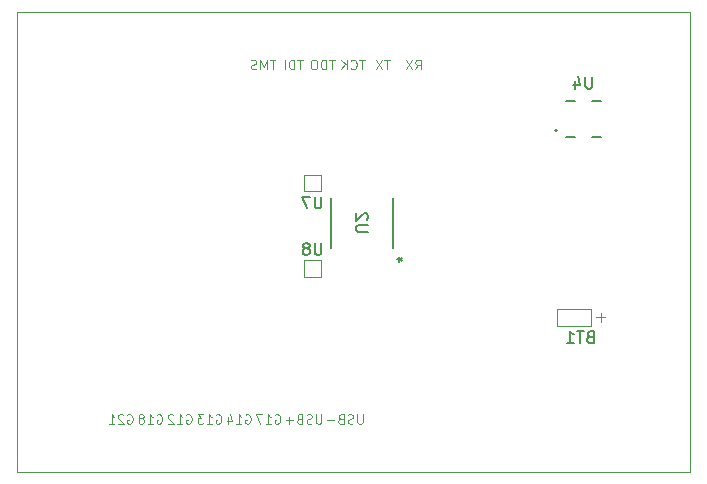
<source format=gbr>
%TF.GenerationSoftware,KiCad,Pcbnew,8.0.1*%
%TF.CreationDate,2024-04-28T17:40:03+05:30*%
%TF.ProjectId,ecg,6563672e-6b69-4636-9164-5f7063625858,rev?*%
%TF.SameCoordinates,Original*%
%TF.FileFunction,Legend,Bot*%
%TF.FilePolarity,Positive*%
%FSLAX46Y46*%
G04 Gerber Fmt 4.6, Leading zero omitted, Abs format (unit mm)*
G04 Created by KiCad (PCBNEW 8.0.1) date 2024-04-28 17:40:03*
%MOMM*%
%LPD*%
G01*
G04 APERTURE LIST*
%ADD10C,0.080000*%
%ADD11C,0.100000*%
%ADD12C,0.150000*%
%ADD13C,0.127000*%
%ADD14C,0.200000*%
%ADD15C,0.120000*%
%ADD16C,0.152400*%
%TA.AperFunction,Profile*%
%ADD17C,0.050000*%
%TD*%
G04 APERTURE END LIST*
D10*
X145837845Y-113136030D02*
X145914035Y-113097935D01*
X145914035Y-113097935D02*
X146028321Y-113097935D01*
X146028321Y-113097935D02*
X146142607Y-113136030D01*
X146142607Y-113136030D02*
X146218797Y-113212220D01*
X146218797Y-113212220D02*
X146256892Y-113288411D01*
X146256892Y-113288411D02*
X146294988Y-113440792D01*
X146294988Y-113440792D02*
X146294988Y-113555078D01*
X146294988Y-113555078D02*
X146256892Y-113707459D01*
X146256892Y-113707459D02*
X146218797Y-113783649D01*
X146218797Y-113783649D02*
X146142607Y-113859840D01*
X146142607Y-113859840D02*
X146028321Y-113897935D01*
X146028321Y-113897935D02*
X145952130Y-113897935D01*
X145952130Y-113897935D02*
X145837845Y-113859840D01*
X145837845Y-113859840D02*
X145799749Y-113821744D01*
X145799749Y-113821744D02*
X145799749Y-113555078D01*
X145799749Y-113555078D02*
X145952130Y-113555078D01*
X145037845Y-113897935D02*
X145494988Y-113897935D01*
X145266416Y-113897935D02*
X145266416Y-113097935D01*
X145266416Y-113097935D02*
X145342607Y-113212220D01*
X145342607Y-113212220D02*
X145418797Y-113288411D01*
X145418797Y-113288411D02*
X145494988Y-113326506D01*
X144580702Y-113440792D02*
X144656892Y-113402697D01*
X144656892Y-113402697D02*
X144694987Y-113364601D01*
X144694987Y-113364601D02*
X144733083Y-113288411D01*
X144733083Y-113288411D02*
X144733083Y-113250316D01*
X144733083Y-113250316D02*
X144694987Y-113174125D01*
X144694987Y-113174125D02*
X144656892Y-113136030D01*
X144656892Y-113136030D02*
X144580702Y-113097935D01*
X144580702Y-113097935D02*
X144428321Y-113097935D01*
X144428321Y-113097935D02*
X144352130Y-113136030D01*
X144352130Y-113136030D02*
X144314035Y-113174125D01*
X144314035Y-113174125D02*
X144275940Y-113250316D01*
X144275940Y-113250316D02*
X144275940Y-113288411D01*
X144275940Y-113288411D02*
X144314035Y-113364601D01*
X144314035Y-113364601D02*
X144352130Y-113402697D01*
X144352130Y-113402697D02*
X144428321Y-113440792D01*
X144428321Y-113440792D02*
X144580702Y-113440792D01*
X144580702Y-113440792D02*
X144656892Y-113478887D01*
X144656892Y-113478887D02*
X144694987Y-113516982D01*
X144694987Y-113516982D02*
X144733083Y-113593173D01*
X144733083Y-113593173D02*
X144733083Y-113745554D01*
X144733083Y-113745554D02*
X144694987Y-113821744D01*
X144694987Y-113821744D02*
X144656892Y-113859840D01*
X144656892Y-113859840D02*
X144580702Y-113897935D01*
X144580702Y-113897935D02*
X144428321Y-113897935D01*
X144428321Y-113897935D02*
X144352130Y-113859840D01*
X144352130Y-113859840D02*
X144314035Y-113821744D01*
X144314035Y-113821744D02*
X144275940Y-113745554D01*
X144275940Y-113745554D02*
X144275940Y-113593173D01*
X144275940Y-113593173D02*
X144314035Y-113516982D01*
X144314035Y-113516982D02*
X144352130Y-113478887D01*
X144352130Y-113478887D02*
X144428321Y-113440792D01*
X163256892Y-113097935D02*
X163256892Y-113745554D01*
X163256892Y-113745554D02*
X163218797Y-113821744D01*
X163218797Y-113821744D02*
X163180702Y-113859840D01*
X163180702Y-113859840D02*
X163104511Y-113897935D01*
X163104511Y-113897935D02*
X162952130Y-113897935D01*
X162952130Y-113897935D02*
X162875940Y-113859840D01*
X162875940Y-113859840D02*
X162837845Y-113821744D01*
X162837845Y-113821744D02*
X162799749Y-113745554D01*
X162799749Y-113745554D02*
X162799749Y-113097935D01*
X162456893Y-113859840D02*
X162342607Y-113897935D01*
X162342607Y-113897935D02*
X162152131Y-113897935D01*
X162152131Y-113897935D02*
X162075940Y-113859840D01*
X162075940Y-113859840D02*
X162037845Y-113821744D01*
X162037845Y-113821744D02*
X161999750Y-113745554D01*
X161999750Y-113745554D02*
X161999750Y-113669363D01*
X161999750Y-113669363D02*
X162037845Y-113593173D01*
X162037845Y-113593173D02*
X162075940Y-113555078D01*
X162075940Y-113555078D02*
X162152131Y-113516982D01*
X162152131Y-113516982D02*
X162304512Y-113478887D01*
X162304512Y-113478887D02*
X162380702Y-113440792D01*
X162380702Y-113440792D02*
X162418797Y-113402697D01*
X162418797Y-113402697D02*
X162456893Y-113326506D01*
X162456893Y-113326506D02*
X162456893Y-113250316D01*
X162456893Y-113250316D02*
X162418797Y-113174125D01*
X162418797Y-113174125D02*
X162380702Y-113136030D01*
X162380702Y-113136030D02*
X162304512Y-113097935D01*
X162304512Y-113097935D02*
X162114035Y-113097935D01*
X162114035Y-113097935D02*
X161999750Y-113136030D01*
X161390226Y-113478887D02*
X161275940Y-113516982D01*
X161275940Y-113516982D02*
X161237845Y-113555078D01*
X161237845Y-113555078D02*
X161199749Y-113631268D01*
X161199749Y-113631268D02*
X161199749Y-113745554D01*
X161199749Y-113745554D02*
X161237845Y-113821744D01*
X161237845Y-113821744D02*
X161275940Y-113859840D01*
X161275940Y-113859840D02*
X161352130Y-113897935D01*
X161352130Y-113897935D02*
X161656892Y-113897935D01*
X161656892Y-113897935D02*
X161656892Y-113097935D01*
X161656892Y-113097935D02*
X161390226Y-113097935D01*
X161390226Y-113097935D02*
X161314035Y-113136030D01*
X161314035Y-113136030D02*
X161275940Y-113174125D01*
X161275940Y-113174125D02*
X161237845Y-113250316D01*
X161237845Y-113250316D02*
X161237845Y-113326506D01*
X161237845Y-113326506D02*
X161275940Y-113402697D01*
X161275940Y-113402697D02*
X161314035Y-113440792D01*
X161314035Y-113440792D02*
X161390226Y-113478887D01*
X161390226Y-113478887D02*
X161656892Y-113478887D01*
X160856892Y-113593173D02*
X160247369Y-113593173D01*
X148337845Y-113136030D02*
X148414035Y-113097935D01*
X148414035Y-113097935D02*
X148528321Y-113097935D01*
X148528321Y-113097935D02*
X148642607Y-113136030D01*
X148642607Y-113136030D02*
X148718797Y-113212220D01*
X148718797Y-113212220D02*
X148756892Y-113288411D01*
X148756892Y-113288411D02*
X148794988Y-113440792D01*
X148794988Y-113440792D02*
X148794988Y-113555078D01*
X148794988Y-113555078D02*
X148756892Y-113707459D01*
X148756892Y-113707459D02*
X148718797Y-113783649D01*
X148718797Y-113783649D02*
X148642607Y-113859840D01*
X148642607Y-113859840D02*
X148528321Y-113897935D01*
X148528321Y-113897935D02*
X148452130Y-113897935D01*
X148452130Y-113897935D02*
X148337845Y-113859840D01*
X148337845Y-113859840D02*
X148299749Y-113821744D01*
X148299749Y-113821744D02*
X148299749Y-113555078D01*
X148299749Y-113555078D02*
X148452130Y-113555078D01*
X147537845Y-113897935D02*
X147994988Y-113897935D01*
X147766416Y-113897935D02*
X147766416Y-113097935D01*
X147766416Y-113097935D02*
X147842607Y-113212220D01*
X147842607Y-113212220D02*
X147918797Y-113288411D01*
X147918797Y-113288411D02*
X147994988Y-113326506D01*
X147233083Y-113174125D02*
X147194987Y-113136030D01*
X147194987Y-113136030D02*
X147118797Y-113097935D01*
X147118797Y-113097935D02*
X146928321Y-113097935D01*
X146928321Y-113097935D02*
X146852130Y-113136030D01*
X146852130Y-113136030D02*
X146814035Y-113174125D01*
X146814035Y-113174125D02*
X146775940Y-113250316D01*
X146775940Y-113250316D02*
X146775940Y-113326506D01*
X146775940Y-113326506D02*
X146814035Y-113440792D01*
X146814035Y-113440792D02*
X147271178Y-113897935D01*
X147271178Y-113897935D02*
X146775940Y-113897935D01*
X159756892Y-113097935D02*
X159756892Y-113745554D01*
X159756892Y-113745554D02*
X159718797Y-113821744D01*
X159718797Y-113821744D02*
X159680702Y-113859840D01*
X159680702Y-113859840D02*
X159604511Y-113897935D01*
X159604511Y-113897935D02*
X159452130Y-113897935D01*
X159452130Y-113897935D02*
X159375940Y-113859840D01*
X159375940Y-113859840D02*
X159337845Y-113821744D01*
X159337845Y-113821744D02*
X159299749Y-113745554D01*
X159299749Y-113745554D02*
X159299749Y-113097935D01*
X158956893Y-113859840D02*
X158842607Y-113897935D01*
X158842607Y-113897935D02*
X158652131Y-113897935D01*
X158652131Y-113897935D02*
X158575940Y-113859840D01*
X158575940Y-113859840D02*
X158537845Y-113821744D01*
X158537845Y-113821744D02*
X158499750Y-113745554D01*
X158499750Y-113745554D02*
X158499750Y-113669363D01*
X158499750Y-113669363D02*
X158537845Y-113593173D01*
X158537845Y-113593173D02*
X158575940Y-113555078D01*
X158575940Y-113555078D02*
X158652131Y-113516982D01*
X158652131Y-113516982D02*
X158804512Y-113478887D01*
X158804512Y-113478887D02*
X158880702Y-113440792D01*
X158880702Y-113440792D02*
X158918797Y-113402697D01*
X158918797Y-113402697D02*
X158956893Y-113326506D01*
X158956893Y-113326506D02*
X158956893Y-113250316D01*
X158956893Y-113250316D02*
X158918797Y-113174125D01*
X158918797Y-113174125D02*
X158880702Y-113136030D01*
X158880702Y-113136030D02*
X158804512Y-113097935D01*
X158804512Y-113097935D02*
X158614035Y-113097935D01*
X158614035Y-113097935D02*
X158499750Y-113136030D01*
X157890226Y-113478887D02*
X157775940Y-113516982D01*
X157775940Y-113516982D02*
X157737845Y-113555078D01*
X157737845Y-113555078D02*
X157699749Y-113631268D01*
X157699749Y-113631268D02*
X157699749Y-113745554D01*
X157699749Y-113745554D02*
X157737845Y-113821744D01*
X157737845Y-113821744D02*
X157775940Y-113859840D01*
X157775940Y-113859840D02*
X157852130Y-113897935D01*
X157852130Y-113897935D02*
X158156892Y-113897935D01*
X158156892Y-113897935D02*
X158156892Y-113097935D01*
X158156892Y-113097935D02*
X157890226Y-113097935D01*
X157890226Y-113097935D02*
X157814035Y-113136030D01*
X157814035Y-113136030D02*
X157775940Y-113174125D01*
X157775940Y-113174125D02*
X157737845Y-113250316D01*
X157737845Y-113250316D02*
X157737845Y-113326506D01*
X157737845Y-113326506D02*
X157775940Y-113402697D01*
X157775940Y-113402697D02*
X157814035Y-113440792D01*
X157814035Y-113440792D02*
X157890226Y-113478887D01*
X157890226Y-113478887D02*
X158156892Y-113478887D01*
X157356892Y-113593173D02*
X156747369Y-113593173D01*
X157052130Y-113897935D02*
X157052130Y-113288411D01*
X153337845Y-113136030D02*
X153414035Y-113097935D01*
X153414035Y-113097935D02*
X153528321Y-113097935D01*
X153528321Y-113097935D02*
X153642607Y-113136030D01*
X153642607Y-113136030D02*
X153718797Y-113212220D01*
X153718797Y-113212220D02*
X153756892Y-113288411D01*
X153756892Y-113288411D02*
X153794988Y-113440792D01*
X153794988Y-113440792D02*
X153794988Y-113555078D01*
X153794988Y-113555078D02*
X153756892Y-113707459D01*
X153756892Y-113707459D02*
X153718797Y-113783649D01*
X153718797Y-113783649D02*
X153642607Y-113859840D01*
X153642607Y-113859840D02*
X153528321Y-113897935D01*
X153528321Y-113897935D02*
X153452130Y-113897935D01*
X153452130Y-113897935D02*
X153337845Y-113859840D01*
X153337845Y-113859840D02*
X153299749Y-113821744D01*
X153299749Y-113821744D02*
X153299749Y-113555078D01*
X153299749Y-113555078D02*
X153452130Y-113555078D01*
X152537845Y-113897935D02*
X152994988Y-113897935D01*
X152766416Y-113897935D02*
X152766416Y-113097935D01*
X152766416Y-113097935D02*
X152842607Y-113212220D01*
X152842607Y-113212220D02*
X152918797Y-113288411D01*
X152918797Y-113288411D02*
X152994988Y-113326506D01*
X151852130Y-113364601D02*
X151852130Y-113897935D01*
X152042606Y-113059840D02*
X152233083Y-113631268D01*
X152233083Y-113631268D02*
X151737844Y-113631268D01*
X167699749Y-83897935D02*
X167966416Y-83516982D01*
X168156892Y-83897935D02*
X168156892Y-83097935D01*
X168156892Y-83097935D02*
X167852130Y-83097935D01*
X167852130Y-83097935D02*
X167775940Y-83136030D01*
X167775940Y-83136030D02*
X167737845Y-83174125D01*
X167737845Y-83174125D02*
X167699749Y-83250316D01*
X167699749Y-83250316D02*
X167699749Y-83364601D01*
X167699749Y-83364601D02*
X167737845Y-83440792D01*
X167737845Y-83440792D02*
X167775940Y-83478887D01*
X167775940Y-83478887D02*
X167852130Y-83516982D01*
X167852130Y-83516982D02*
X168156892Y-83516982D01*
X167433083Y-83097935D02*
X166899749Y-83897935D01*
X166899749Y-83097935D02*
X167433083Y-83897935D01*
X158191178Y-83097935D02*
X157734035Y-83097935D01*
X157962607Y-83897935D02*
X157962607Y-83097935D01*
X157467368Y-83897935D02*
X157467368Y-83097935D01*
X157467368Y-83097935D02*
X157276892Y-83097935D01*
X157276892Y-83097935D02*
X157162606Y-83136030D01*
X157162606Y-83136030D02*
X157086416Y-83212220D01*
X157086416Y-83212220D02*
X157048321Y-83288411D01*
X157048321Y-83288411D02*
X157010225Y-83440792D01*
X157010225Y-83440792D02*
X157010225Y-83555078D01*
X157010225Y-83555078D02*
X157048321Y-83707459D01*
X157048321Y-83707459D02*
X157086416Y-83783649D01*
X157086416Y-83783649D02*
X157162606Y-83859840D01*
X157162606Y-83859840D02*
X157276892Y-83897935D01*
X157276892Y-83897935D02*
X157467368Y-83897935D01*
X156667368Y-83897935D02*
X156667368Y-83097935D01*
D11*
X183796115Y-104891466D02*
X183034211Y-104891466D01*
X183415163Y-105272419D02*
X183415163Y-104510514D01*
D10*
X165551178Y-83097935D02*
X165094035Y-83097935D01*
X165322607Y-83897935D02*
X165322607Y-83097935D01*
X164903559Y-83097935D02*
X164370225Y-83897935D01*
X164370225Y-83097935D02*
X164903559Y-83897935D01*
X163421178Y-83097935D02*
X162964035Y-83097935D01*
X163192607Y-83897935D02*
X163192607Y-83097935D01*
X162240225Y-83821744D02*
X162278321Y-83859840D01*
X162278321Y-83859840D02*
X162392606Y-83897935D01*
X162392606Y-83897935D02*
X162468797Y-83897935D01*
X162468797Y-83897935D02*
X162583083Y-83859840D01*
X162583083Y-83859840D02*
X162659273Y-83783649D01*
X162659273Y-83783649D02*
X162697368Y-83707459D01*
X162697368Y-83707459D02*
X162735464Y-83555078D01*
X162735464Y-83555078D02*
X162735464Y-83440792D01*
X162735464Y-83440792D02*
X162697368Y-83288411D01*
X162697368Y-83288411D02*
X162659273Y-83212220D01*
X162659273Y-83212220D02*
X162583083Y-83136030D01*
X162583083Y-83136030D02*
X162468797Y-83097935D01*
X162468797Y-83097935D02*
X162392606Y-83097935D01*
X162392606Y-83097935D02*
X162278321Y-83136030D01*
X162278321Y-83136030D02*
X162240225Y-83174125D01*
X161897368Y-83897935D02*
X161897368Y-83097935D01*
X161440225Y-83897935D02*
X161783083Y-83440792D01*
X161440225Y-83097935D02*
X161897368Y-83555078D01*
X160881178Y-83097935D02*
X160424035Y-83097935D01*
X160652607Y-83897935D02*
X160652607Y-83097935D01*
X160157368Y-83897935D02*
X160157368Y-83097935D01*
X160157368Y-83097935D02*
X159966892Y-83097935D01*
X159966892Y-83097935D02*
X159852606Y-83136030D01*
X159852606Y-83136030D02*
X159776416Y-83212220D01*
X159776416Y-83212220D02*
X159738321Y-83288411D01*
X159738321Y-83288411D02*
X159700225Y-83440792D01*
X159700225Y-83440792D02*
X159700225Y-83555078D01*
X159700225Y-83555078D02*
X159738321Y-83707459D01*
X159738321Y-83707459D02*
X159776416Y-83783649D01*
X159776416Y-83783649D02*
X159852606Y-83859840D01*
X159852606Y-83859840D02*
X159966892Y-83897935D01*
X159966892Y-83897935D02*
X160157368Y-83897935D01*
X159204987Y-83097935D02*
X159052606Y-83097935D01*
X159052606Y-83097935D02*
X158976416Y-83136030D01*
X158976416Y-83136030D02*
X158900225Y-83212220D01*
X158900225Y-83212220D02*
X158862130Y-83364601D01*
X158862130Y-83364601D02*
X158862130Y-83631268D01*
X158862130Y-83631268D02*
X158900225Y-83783649D01*
X158900225Y-83783649D02*
X158976416Y-83859840D01*
X158976416Y-83859840D02*
X159052606Y-83897935D01*
X159052606Y-83897935D02*
X159204987Y-83897935D01*
X159204987Y-83897935D02*
X159281178Y-83859840D01*
X159281178Y-83859840D02*
X159357368Y-83783649D01*
X159357368Y-83783649D02*
X159395464Y-83631268D01*
X159395464Y-83631268D02*
X159395464Y-83364601D01*
X159395464Y-83364601D02*
X159357368Y-83212220D01*
X159357368Y-83212220D02*
X159281178Y-83136030D01*
X159281178Y-83136030D02*
X159204987Y-83097935D01*
X143337845Y-113136030D02*
X143414035Y-113097935D01*
X143414035Y-113097935D02*
X143528321Y-113097935D01*
X143528321Y-113097935D02*
X143642607Y-113136030D01*
X143642607Y-113136030D02*
X143718797Y-113212220D01*
X143718797Y-113212220D02*
X143756892Y-113288411D01*
X143756892Y-113288411D02*
X143794988Y-113440792D01*
X143794988Y-113440792D02*
X143794988Y-113555078D01*
X143794988Y-113555078D02*
X143756892Y-113707459D01*
X143756892Y-113707459D02*
X143718797Y-113783649D01*
X143718797Y-113783649D02*
X143642607Y-113859840D01*
X143642607Y-113859840D02*
X143528321Y-113897935D01*
X143528321Y-113897935D02*
X143452130Y-113897935D01*
X143452130Y-113897935D02*
X143337845Y-113859840D01*
X143337845Y-113859840D02*
X143299749Y-113821744D01*
X143299749Y-113821744D02*
X143299749Y-113555078D01*
X143299749Y-113555078D02*
X143452130Y-113555078D01*
X142994988Y-113174125D02*
X142956892Y-113136030D01*
X142956892Y-113136030D02*
X142880702Y-113097935D01*
X142880702Y-113097935D02*
X142690226Y-113097935D01*
X142690226Y-113097935D02*
X142614035Y-113136030D01*
X142614035Y-113136030D02*
X142575940Y-113174125D01*
X142575940Y-113174125D02*
X142537845Y-113250316D01*
X142537845Y-113250316D02*
X142537845Y-113326506D01*
X142537845Y-113326506D02*
X142575940Y-113440792D01*
X142575940Y-113440792D02*
X143033083Y-113897935D01*
X143033083Y-113897935D02*
X142537845Y-113897935D01*
X141775940Y-113897935D02*
X142233083Y-113897935D01*
X142004511Y-113897935D02*
X142004511Y-113097935D01*
X142004511Y-113097935D02*
X142080702Y-113212220D01*
X142080702Y-113212220D02*
X142156892Y-113288411D01*
X142156892Y-113288411D02*
X142233083Y-113326506D01*
X155837845Y-113136030D02*
X155914035Y-113097935D01*
X155914035Y-113097935D02*
X156028321Y-113097935D01*
X156028321Y-113097935D02*
X156142607Y-113136030D01*
X156142607Y-113136030D02*
X156218797Y-113212220D01*
X156218797Y-113212220D02*
X156256892Y-113288411D01*
X156256892Y-113288411D02*
X156294988Y-113440792D01*
X156294988Y-113440792D02*
X156294988Y-113555078D01*
X156294988Y-113555078D02*
X156256892Y-113707459D01*
X156256892Y-113707459D02*
X156218797Y-113783649D01*
X156218797Y-113783649D02*
X156142607Y-113859840D01*
X156142607Y-113859840D02*
X156028321Y-113897935D01*
X156028321Y-113897935D02*
X155952130Y-113897935D01*
X155952130Y-113897935D02*
X155837845Y-113859840D01*
X155837845Y-113859840D02*
X155799749Y-113821744D01*
X155799749Y-113821744D02*
X155799749Y-113555078D01*
X155799749Y-113555078D02*
X155952130Y-113555078D01*
X155037845Y-113897935D02*
X155494988Y-113897935D01*
X155266416Y-113897935D02*
X155266416Y-113097935D01*
X155266416Y-113097935D02*
X155342607Y-113212220D01*
X155342607Y-113212220D02*
X155418797Y-113288411D01*
X155418797Y-113288411D02*
X155494988Y-113326506D01*
X154771178Y-113097935D02*
X154237844Y-113097935D01*
X154237844Y-113097935D02*
X154580702Y-113897935D01*
X155851178Y-83097935D02*
X155394035Y-83097935D01*
X155622607Y-83897935D02*
X155622607Y-83097935D01*
X155127368Y-83897935D02*
X155127368Y-83097935D01*
X155127368Y-83097935D02*
X154860702Y-83669363D01*
X154860702Y-83669363D02*
X154594035Y-83097935D01*
X154594035Y-83097935D02*
X154594035Y-83897935D01*
X154251178Y-83859840D02*
X154136892Y-83897935D01*
X154136892Y-83897935D02*
X153946416Y-83897935D01*
X153946416Y-83897935D02*
X153870225Y-83859840D01*
X153870225Y-83859840D02*
X153832130Y-83821744D01*
X153832130Y-83821744D02*
X153794035Y-83745554D01*
X153794035Y-83745554D02*
X153794035Y-83669363D01*
X153794035Y-83669363D02*
X153832130Y-83593173D01*
X153832130Y-83593173D02*
X153870225Y-83555078D01*
X153870225Y-83555078D02*
X153946416Y-83516982D01*
X153946416Y-83516982D02*
X154098797Y-83478887D01*
X154098797Y-83478887D02*
X154174987Y-83440792D01*
X154174987Y-83440792D02*
X154213082Y-83402697D01*
X154213082Y-83402697D02*
X154251178Y-83326506D01*
X154251178Y-83326506D02*
X154251178Y-83250316D01*
X154251178Y-83250316D02*
X154213082Y-83174125D01*
X154213082Y-83174125D02*
X154174987Y-83136030D01*
X154174987Y-83136030D02*
X154098797Y-83097935D01*
X154098797Y-83097935D02*
X153908320Y-83097935D01*
X153908320Y-83097935D02*
X153794035Y-83136030D01*
X150837845Y-113136030D02*
X150914035Y-113097935D01*
X150914035Y-113097935D02*
X151028321Y-113097935D01*
X151028321Y-113097935D02*
X151142607Y-113136030D01*
X151142607Y-113136030D02*
X151218797Y-113212220D01*
X151218797Y-113212220D02*
X151256892Y-113288411D01*
X151256892Y-113288411D02*
X151294988Y-113440792D01*
X151294988Y-113440792D02*
X151294988Y-113555078D01*
X151294988Y-113555078D02*
X151256892Y-113707459D01*
X151256892Y-113707459D02*
X151218797Y-113783649D01*
X151218797Y-113783649D02*
X151142607Y-113859840D01*
X151142607Y-113859840D02*
X151028321Y-113897935D01*
X151028321Y-113897935D02*
X150952130Y-113897935D01*
X150952130Y-113897935D02*
X150837845Y-113859840D01*
X150837845Y-113859840D02*
X150799749Y-113821744D01*
X150799749Y-113821744D02*
X150799749Y-113555078D01*
X150799749Y-113555078D02*
X150952130Y-113555078D01*
X150037845Y-113897935D02*
X150494988Y-113897935D01*
X150266416Y-113897935D02*
X150266416Y-113097935D01*
X150266416Y-113097935D02*
X150342607Y-113212220D01*
X150342607Y-113212220D02*
X150418797Y-113288411D01*
X150418797Y-113288411D02*
X150494988Y-113326506D01*
X149771178Y-113097935D02*
X149275940Y-113097935D01*
X149275940Y-113097935D02*
X149542606Y-113402697D01*
X149542606Y-113402697D02*
X149428321Y-113402697D01*
X149428321Y-113402697D02*
X149352130Y-113440792D01*
X149352130Y-113440792D02*
X149314035Y-113478887D01*
X149314035Y-113478887D02*
X149275940Y-113555078D01*
X149275940Y-113555078D02*
X149275940Y-113745554D01*
X149275940Y-113745554D02*
X149314035Y-113821744D01*
X149314035Y-113821744D02*
X149352130Y-113859840D01*
X149352130Y-113859840D02*
X149428321Y-113897935D01*
X149428321Y-113897935D02*
X149656892Y-113897935D01*
X149656892Y-113897935D02*
X149733083Y-113859840D01*
X149733083Y-113859840D02*
X149771178Y-113821744D01*
D12*
X182681904Y-84524819D02*
X182681904Y-85334342D01*
X182681904Y-85334342D02*
X182634285Y-85429580D01*
X182634285Y-85429580D02*
X182586666Y-85477200D01*
X182586666Y-85477200D02*
X182491428Y-85524819D01*
X182491428Y-85524819D02*
X182300952Y-85524819D01*
X182300952Y-85524819D02*
X182205714Y-85477200D01*
X182205714Y-85477200D02*
X182158095Y-85429580D01*
X182158095Y-85429580D02*
X182110476Y-85334342D01*
X182110476Y-85334342D02*
X182110476Y-84524819D01*
X181205714Y-84858152D02*
X181205714Y-85524819D01*
X181443809Y-84477200D02*
X181681904Y-85191485D01*
X181681904Y-85191485D02*
X181062857Y-85191485D01*
X159761904Y-94664819D02*
X159761904Y-95474342D01*
X159761904Y-95474342D02*
X159714285Y-95569580D01*
X159714285Y-95569580D02*
X159666666Y-95617200D01*
X159666666Y-95617200D02*
X159571428Y-95664819D01*
X159571428Y-95664819D02*
X159380952Y-95664819D01*
X159380952Y-95664819D02*
X159285714Y-95617200D01*
X159285714Y-95617200D02*
X159238095Y-95569580D01*
X159238095Y-95569580D02*
X159190476Y-95474342D01*
X159190476Y-95474342D02*
X159190476Y-94664819D01*
X158809523Y-94664819D02*
X158142857Y-94664819D01*
X158142857Y-94664819D02*
X158571428Y-95664819D01*
X159761904Y-98594819D02*
X159761904Y-99404342D01*
X159761904Y-99404342D02*
X159714285Y-99499580D01*
X159714285Y-99499580D02*
X159666666Y-99547200D01*
X159666666Y-99547200D02*
X159571428Y-99594819D01*
X159571428Y-99594819D02*
X159380952Y-99594819D01*
X159380952Y-99594819D02*
X159285714Y-99547200D01*
X159285714Y-99547200D02*
X159238095Y-99499580D01*
X159238095Y-99499580D02*
X159190476Y-99404342D01*
X159190476Y-99404342D02*
X159190476Y-98594819D01*
X158571428Y-99023390D02*
X158666666Y-98975771D01*
X158666666Y-98975771D02*
X158714285Y-98928152D01*
X158714285Y-98928152D02*
X158761904Y-98832914D01*
X158761904Y-98832914D02*
X158761904Y-98785295D01*
X158761904Y-98785295D02*
X158714285Y-98690057D01*
X158714285Y-98690057D02*
X158666666Y-98642438D01*
X158666666Y-98642438D02*
X158571428Y-98594819D01*
X158571428Y-98594819D02*
X158380952Y-98594819D01*
X158380952Y-98594819D02*
X158285714Y-98642438D01*
X158285714Y-98642438D02*
X158238095Y-98690057D01*
X158238095Y-98690057D02*
X158190476Y-98785295D01*
X158190476Y-98785295D02*
X158190476Y-98832914D01*
X158190476Y-98832914D02*
X158238095Y-98928152D01*
X158238095Y-98928152D02*
X158285714Y-98975771D01*
X158285714Y-98975771D02*
X158380952Y-99023390D01*
X158380952Y-99023390D02*
X158571428Y-99023390D01*
X158571428Y-99023390D02*
X158666666Y-99071009D01*
X158666666Y-99071009D02*
X158714285Y-99118628D01*
X158714285Y-99118628D02*
X158761904Y-99213866D01*
X158761904Y-99213866D02*
X158761904Y-99404342D01*
X158761904Y-99404342D02*
X158714285Y-99499580D01*
X158714285Y-99499580D02*
X158666666Y-99547200D01*
X158666666Y-99547200D02*
X158571428Y-99594819D01*
X158571428Y-99594819D02*
X158380952Y-99594819D01*
X158380952Y-99594819D02*
X158285714Y-99547200D01*
X158285714Y-99547200D02*
X158238095Y-99499580D01*
X158238095Y-99499580D02*
X158190476Y-99404342D01*
X158190476Y-99404342D02*
X158190476Y-99213866D01*
X158190476Y-99213866D02*
X158238095Y-99118628D01*
X158238095Y-99118628D02*
X158285714Y-99071009D01*
X158285714Y-99071009D02*
X158380952Y-99023390D01*
X182505714Y-106531009D02*
X182362857Y-106578628D01*
X182362857Y-106578628D02*
X182315238Y-106626247D01*
X182315238Y-106626247D02*
X182267619Y-106721485D01*
X182267619Y-106721485D02*
X182267619Y-106864342D01*
X182267619Y-106864342D02*
X182315238Y-106959580D01*
X182315238Y-106959580D02*
X182362857Y-107007200D01*
X182362857Y-107007200D02*
X182458095Y-107054819D01*
X182458095Y-107054819D02*
X182839047Y-107054819D01*
X182839047Y-107054819D02*
X182839047Y-106054819D01*
X182839047Y-106054819D02*
X182505714Y-106054819D01*
X182505714Y-106054819D02*
X182410476Y-106102438D01*
X182410476Y-106102438D02*
X182362857Y-106150057D01*
X182362857Y-106150057D02*
X182315238Y-106245295D01*
X182315238Y-106245295D02*
X182315238Y-106340533D01*
X182315238Y-106340533D02*
X182362857Y-106435771D01*
X182362857Y-106435771D02*
X182410476Y-106483390D01*
X182410476Y-106483390D02*
X182505714Y-106531009D01*
X182505714Y-106531009D02*
X182839047Y-106531009D01*
X181981904Y-106054819D02*
X181410476Y-106054819D01*
X181696190Y-107054819D02*
X181696190Y-106054819D01*
X180553333Y-107054819D02*
X181124761Y-107054819D01*
X180839047Y-107054819D02*
X180839047Y-106054819D01*
X180839047Y-106054819D02*
X180934285Y-106197676D01*
X180934285Y-106197676D02*
X181029523Y-106292914D01*
X181029523Y-106292914D02*
X181124761Y-106340533D01*
X163710180Y-97653404D02*
X162900657Y-97653404D01*
X162900657Y-97653404D02*
X162805419Y-97605785D01*
X162805419Y-97605785D02*
X162757800Y-97558166D01*
X162757800Y-97558166D02*
X162710180Y-97462928D01*
X162710180Y-97462928D02*
X162710180Y-97272452D01*
X162710180Y-97272452D02*
X162757800Y-97177214D01*
X162757800Y-97177214D02*
X162805419Y-97129595D01*
X162805419Y-97129595D02*
X162900657Y-97081976D01*
X162900657Y-97081976D02*
X163710180Y-97081976D01*
X163614942Y-96653404D02*
X163662561Y-96605785D01*
X163662561Y-96605785D02*
X163710180Y-96510547D01*
X163710180Y-96510547D02*
X163710180Y-96272452D01*
X163710180Y-96272452D02*
X163662561Y-96177214D01*
X163662561Y-96177214D02*
X163614942Y-96129595D01*
X163614942Y-96129595D02*
X163519704Y-96081976D01*
X163519704Y-96081976D02*
X163424466Y-96081976D01*
X163424466Y-96081976D02*
X163281609Y-96129595D01*
X163281609Y-96129595D02*
X162710180Y-96701023D01*
X162710180Y-96701023D02*
X162710180Y-96081976D01*
X166154819Y-99990000D02*
X166392914Y-99990000D01*
X166297676Y-99751905D02*
X166392914Y-99990000D01*
X166392914Y-99990000D02*
X166297676Y-100228095D01*
X166583390Y-99847143D02*
X166392914Y-99990000D01*
X166392914Y-99990000D02*
X166583390Y-100132857D01*
D13*
%TO.C,U4*%
X181190000Y-86599999D02*
X180450000Y-86599999D01*
X181190000Y-89599999D02*
X180450000Y-89599999D01*
X183450000Y-86599999D02*
X182710000Y-86599999D01*
X183450000Y-89599999D02*
X182710000Y-89599999D01*
D14*
X179720000Y-89074999D02*
G75*
G02*
X179520000Y-89074999I-100000J0D01*
G01*
X179520000Y-89074999D02*
G75*
G02*
X179720000Y-89074999I100000J0D01*
G01*
D15*
%TO.C,U7*%
X158300000Y-92800000D02*
X159700000Y-92800000D01*
X158300000Y-94200000D02*
X158300000Y-92800000D01*
X159700000Y-92800000D02*
X159700000Y-94200000D01*
X159700000Y-94200000D02*
X158300000Y-94200000D01*
%TO.C,U8*%
X158300000Y-100050000D02*
X159700000Y-100050000D01*
X158300000Y-101450000D02*
X158300000Y-100050000D01*
X159700000Y-100050000D02*
X159700000Y-101450000D01*
X159700000Y-101450000D02*
X158300000Y-101450000D01*
%TO.C,BT1*%
X179670000Y-104210000D02*
X182610000Y-104210000D01*
X179670000Y-105610000D02*
X179670000Y-104210000D01*
X182610000Y-104210000D02*
X182610000Y-105610000D01*
X182610000Y-105610000D02*
X179670000Y-105610000D01*
D16*
%TO.C,U2*%
X160536100Y-94770600D02*
X160536100Y-99012400D01*
X165793900Y-99012400D02*
X165793900Y-94770600D01*
%TD*%
D17*
X134000000Y-79000000D02*
X191000000Y-79000000D01*
X191000000Y-118000000D02*
X191000000Y-79000000D01*
X134000000Y-118000000D02*
X191000000Y-118000000D01*
X134000000Y-79000000D02*
X134000000Y-118000000D01*
M02*

</source>
